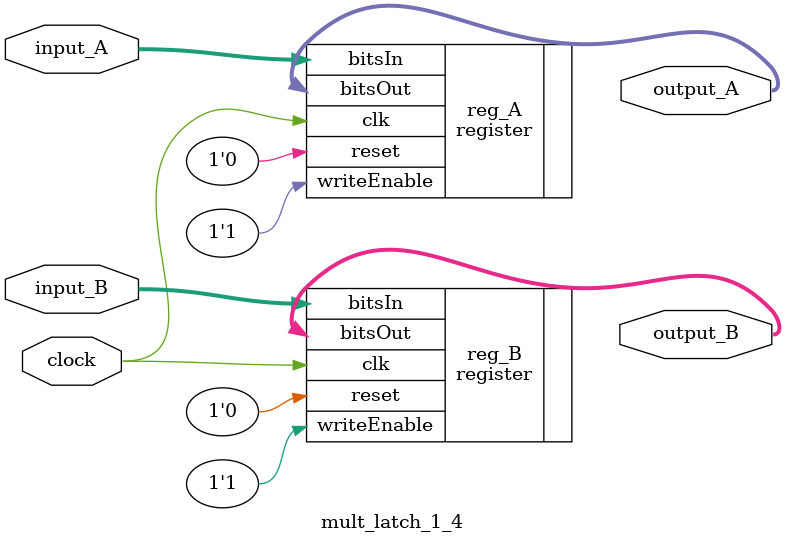
<source format=v>
module mult_latch_1_4(input_A,input_B,output_A,output_B,clock);
	input[31:0] input_A,input_B;
	input clock;
	output[31:0] output_A,output_B;
	

	register reg_A(.bitsIn(input_A), .bitsOut(output_A), .writeEnable(1'b1), .reset(1'b0), .clk(clock));
	register reg_B(.bitsIn(input_B), .bitsOut(output_B), .writeEnable(1'b1), .reset(1'b0), .clk(clock));
	
	
endmodule
</source>
